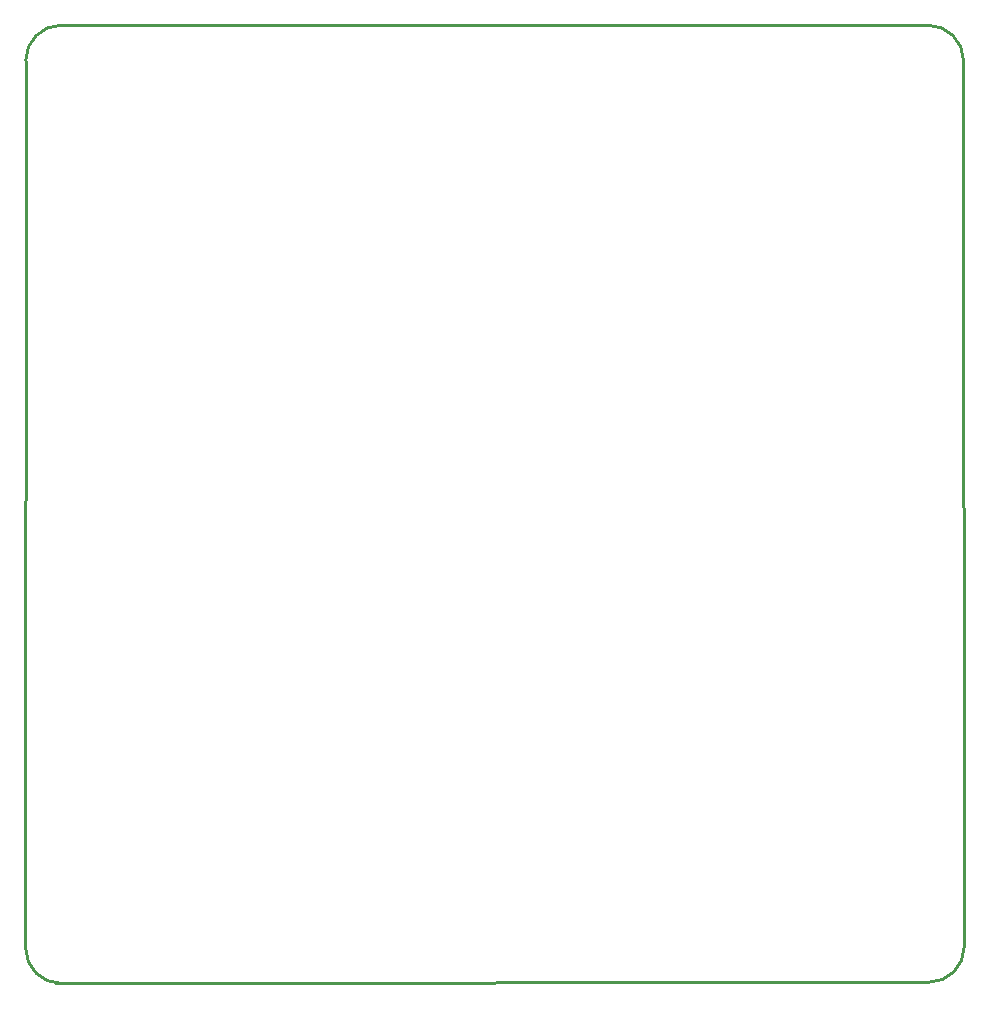
<source format=gko>
G04 Layer: BoardOutline*
G04 EasyEDA v6.2.46, 2019-11-12T10:27:12+01:00*
G04 201d7097f1e54f75af69d8895503a090,f684c74a6e3d460ab4b866ead519826c,10*
G04 Gerber Generator version 0.2*
G04 Scale: 100 percent, Rotated: No, Reflected: No *
G04 Dimensions in inches *
G04 leading zeros omitted , absolute positions ,2 integer and 4 decimal *
%FSLAX24Y24*%
%MOIN*%
G90*
G70D02*

%ADD10C,0.010000*%
G54D10*
G01X18Y30758D02*
G01X0Y1200D01*
G75*
G01X19Y1181D02*
G03X1200Y0I1181J0D01*
G01*
G01X1000Y20D02*
G01X30128Y40D01*
G75*
G01X30128Y40D02*
G03X31309Y1221I0J1181D01*
G01*
G01X31300Y1240D02*
G01X31280Y30720D01*
G75*
G01X31281Y30759D02*
G03X30100Y31940I-1181J0D01*
G01*
G01X30100Y31940D02*
G01X1200Y31940D01*
G75*
G01X1200Y31940D02*
G03X19Y30759I0J-1181D01*
G01*

%LPD*%
M00*
M02*

</source>
